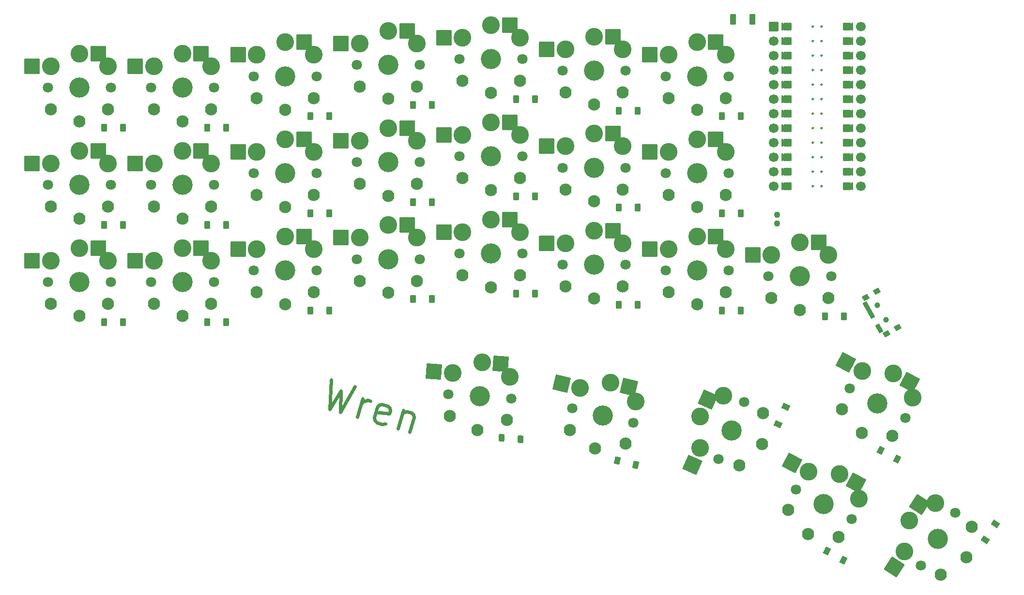
<source format=gbr>
%TF.GenerationSoftware,KiCad,Pcbnew,6.0.7*%
%TF.CreationDate,2022-09-14T22:19:13-04:00*%
%TF.ProjectId,flutter_v2_wren,666c7574-7465-4725-9f76-325f7772656e,v1.0.0*%
%TF.SameCoordinates,Original*%
%TF.FileFunction,Soldermask,Top*%
%TF.FilePolarity,Negative*%
%FSLAX46Y46*%
G04 Gerber Fmt 4.6, Leading zero omitted, Abs format (unit mm)*
G04 Created by KiCad (PCBNEW 6.0.7) date 2022-09-14 22:19:13*
%MOMM*%
%LPD*%
G01*
G04 APERTURE LIST*
G04 Aperture macros list*
%AMRoundRect*
0 Rectangle with rounded corners*
0 $1 Rounding radius*
0 $2 $3 $4 $5 $6 $7 $8 $9 X,Y pos of 4 corners*
0 Add a 4 corners polygon primitive as box body*
4,1,4,$2,$3,$4,$5,$6,$7,$8,$9,$2,$3,0*
0 Add four circle primitives for the rounded corners*
1,1,$1+$1,$2,$3*
1,1,$1+$1,$4,$5*
1,1,$1+$1,$6,$7*
1,1,$1+$1,$8,$9*
0 Add four rect primitives between the rounded corners*
20,1,$1+$1,$2,$3,$4,$5,0*
20,1,$1+$1,$4,$5,$6,$7,0*
20,1,$1+$1,$6,$7,$8,$9,0*
20,1,$1+$1,$8,$9,$2,$3,0*%
%AMFreePoly0*
4,1,14,0.635355,0.435355,0.650000,0.400000,0.650000,0.200000,0.635355,0.164645,0.035355,-0.435355,0.000000,-0.450000,-0.035355,-0.435355,-0.635355,0.164645,-0.650000,0.200000,-0.650000,0.400000,-0.635355,0.435355,-0.600000,0.450000,0.600000,0.450000,0.635355,0.435355,0.635355,0.435355,$1*%
%AMFreePoly1*
4,1,16,0.635355,1.035355,0.650000,1.000000,0.650000,-0.250000,0.635355,-0.285355,0.600000,-0.300000,-0.600000,-0.300000,-0.635355,-0.285355,-0.650000,-0.250000,-0.650000,1.000000,-0.635355,1.035355,-0.600000,1.050000,-0.564645,1.035355,0.000000,0.470710,0.564645,1.035355,0.600000,1.050000,0.635355,1.035355,0.635355,1.035355,$1*%
G04 Aperture macros list end*
%ADD10C,0.600000*%
%ADD11C,0.250000*%
%ADD12C,0.100000*%
%ADD13C,1.100000*%
%ADD14RoundRect,0.050000X0.450000X0.600000X-0.450000X0.600000X-0.450000X-0.600000X0.450000X-0.600000X0*%
%ADD15C,1.801800*%
%ADD16C,3.100000*%
%ADD17C,3.529000*%
%ADD18RoundRect,0.050000X-1.300000X-1.300000X1.300000X-1.300000X1.300000X1.300000X-1.300000X1.300000X0*%
%ADD19C,2.132000*%
%ADD20RoundRect,0.050000X0.658851X-1.716367X1.716367X0.658851X-0.658851X1.716367X-1.716367X-0.658851X0*%
%ADD21RoundRect,0.050000X-0.258115X0.704185X-0.748290X-0.050618X0.258115X-0.704185X0.748290X0.050618X0*%
%ADD22RoundRect,0.050000X0.679009X0.318506X-0.115643X0.741031X-0.679009X-0.318506X0.115643X-0.741031X0*%
%ADD23RoundRect,0.050000X-1.758145X-0.537519X0.537519X-1.758145X1.758145X0.537519X-0.537519X1.758145X0*%
%ADD24RoundRect,0.050000X0.382241X-1.798302X1.798302X0.382241X-0.382241X1.798302X-1.798302X-0.382241X0*%
%ADD25RoundRect,0.050000X-0.450000X-0.850000X0.450000X-0.850000X0.450000X0.850000X-0.450000X0.850000X0*%
%ADD26RoundRect,0.050000X-1.567560X-0.960602X0.960602X-1.567560X1.567560X0.960602X-0.960602X1.567560X0*%
%ADD27FreePoly0,270.000000*%
%ADD28C,1.700000*%
%ADD29FreePoly0,90.000000*%
%ADD30RoundRect,0.050000X-0.800000X0.800000X-0.800000X-0.800000X0.800000X-0.800000X0.800000X0.800000X0*%
%ADD31FreePoly1,270.000000*%
%ADD32FreePoly1,90.000000*%
%ADD33RoundRect,0.050000X-1.387517X-1.206150X1.206150X-1.387517X1.387517X1.206150X-1.206150X1.387517X0*%
%ADD34C,1.000000*%
%ADD35RoundRect,0.050000X-0.233013X-0.596410X0.633013X-0.096410X0.233013X0.596410X-0.633013X0.096410X0*%
%ADD36RoundRect,0.050000X0.071891X-0.824519X0.678109X-0.474519X-0.071891X0.824519X-0.678109X0.474519X0*%
%ADD37RoundRect,0.050000X0.577634X0.478372X-0.297499X0.688472X-0.577634X-0.478372X0.297499X-0.688472X0*%
%ADD38RoundRect,0.050000X-0.365096X0.655137X-0.731159X-0.167053X0.365096X-0.655137X0.731159X0.167053X0*%
%ADD39RoundRect,0.050000X0.490758X0.567148X-0.407050X0.629929X-0.490758X-0.567148X0.407050X-0.629929X0*%
G04 APERTURE END LIST*
D10*
X44023117Y-17125986D02*
X43789289Y-22260435D01*
X45689195Y-19089869D01*
X45620264Y-22785458D01*
X48142810Y-18307289D01*
X48595597Y-23638621D02*
X49514389Y-20434416D01*
X49251877Y-21349903D02*
X49612005Y-20957787D01*
X49906504Y-20794543D01*
X50429876Y-20696927D01*
X50887620Y-20828183D01*
X53467534Y-24787936D02*
X52944162Y-24885552D01*
X52028675Y-24623041D01*
X51636559Y-24262913D01*
X51538943Y-23739541D01*
X52063967Y-21908567D01*
X52424094Y-21516451D01*
X52947466Y-21418835D01*
X53862953Y-21681347D01*
X54255069Y-22041474D01*
X54352685Y-22564846D01*
X54221429Y-23022590D01*
X51801455Y-22824054D01*
X56609415Y-22468882D02*
X55690624Y-25673088D01*
X56478159Y-22926626D02*
X56772659Y-22763382D01*
X57296031Y-22665766D01*
X57982646Y-22862650D01*
X58374762Y-23222777D01*
X58472378Y-23746149D01*
X57750471Y-26263739D01*
D11*
%TO.C,MCU1*%
X128363000Y29480000D02*
G75*
G03*
X128363000Y29480000I-125000J0D01*
G01*
X128363000Y34560000D02*
G75*
G03*
X128363000Y34560000I-125000J0D01*
G01*
X129887000Y42180000D02*
G75*
G03*
X129887000Y42180000I-125000J0D01*
G01*
X128363000Y21860000D02*
G75*
G03*
X128363000Y21860000I-125000J0D01*
G01*
X128363000Y44720000D02*
G75*
G03*
X128363000Y44720000I-125000J0D01*
G01*
X128363000Y19320000D02*
G75*
G03*
X128363000Y19320000I-125000J0D01*
G01*
X129887000Y24400000D02*
G75*
G03*
X129887000Y24400000I-125000J0D01*
G01*
X128363000Y26940000D02*
G75*
G03*
X128363000Y26940000I-125000J0D01*
G01*
X129887000Y39640000D02*
G75*
G03*
X129887000Y39640000I-125000J0D01*
G01*
X129887000Y29480000D02*
G75*
G03*
X129887000Y29480000I-125000J0D01*
G01*
X128363000Y16780000D02*
G75*
G03*
X128363000Y16780000I-125000J0D01*
G01*
X129887000Y19320000D02*
G75*
G03*
X129887000Y19320000I-125000J0D01*
G01*
X128363000Y39640000D02*
G75*
G03*
X128363000Y39640000I-125000J0D01*
G01*
X128363000Y32020000D02*
G75*
G03*
X128363000Y32020000I-125000J0D01*
G01*
X128363000Y37100000D02*
G75*
G03*
X128363000Y37100000I-125000J0D01*
G01*
X128363000Y24400000D02*
G75*
G03*
X128363000Y24400000I-125000J0D01*
G01*
X129887000Y32020000D02*
G75*
G03*
X129887000Y32020000I-125000J0D01*
G01*
X129887000Y37100000D02*
G75*
G03*
X129887000Y37100000I-125000J0D01*
G01*
X128363000Y42180000D02*
G75*
G03*
X128363000Y42180000I-125000J0D01*
G01*
X129887000Y26940000D02*
G75*
G03*
X129887000Y26940000I-125000J0D01*
G01*
X129887000Y44720000D02*
G75*
G03*
X129887000Y44720000I-125000J0D01*
G01*
X129887000Y34560000D02*
G75*
G03*
X129887000Y34560000I-125000J0D01*
G01*
X129887000Y16780000D02*
G75*
G03*
X129887000Y16780000I-125000J0D01*
G01*
X129887000Y21860000D02*
G75*
G03*
X129887000Y21860000I-125000J0D01*
G01*
G36*
X135096000Y34052000D02*
G01*
X134080000Y34052000D01*
X134080000Y35068000D01*
X135096000Y35068000D01*
X135096000Y34052000D01*
G37*
D12*
X135096000Y34052000D02*
X134080000Y34052000D01*
X134080000Y35068000D01*
X135096000Y35068000D01*
X135096000Y34052000D01*
G36*
X135096000Y16272000D02*
G01*
X134080000Y16272000D01*
X134080000Y17288000D01*
X135096000Y17288000D01*
X135096000Y16272000D01*
G37*
X135096000Y16272000D02*
X134080000Y16272000D01*
X134080000Y17288000D01*
X135096000Y17288000D01*
X135096000Y16272000D01*
G36*
X123920000Y21352000D02*
G01*
X122904000Y21352000D01*
X122904000Y22368000D01*
X123920000Y22368000D01*
X123920000Y21352000D01*
G37*
X123920000Y21352000D02*
X122904000Y21352000D01*
X122904000Y22368000D01*
X123920000Y22368000D01*
X123920000Y21352000D01*
G36*
X123920000Y44212000D02*
G01*
X122904000Y44212000D01*
X122904000Y45228000D01*
X123920000Y45228000D01*
X123920000Y44212000D01*
G37*
X123920000Y44212000D02*
X122904000Y44212000D01*
X122904000Y45228000D01*
X123920000Y45228000D01*
X123920000Y44212000D01*
G36*
X123920000Y16272000D02*
G01*
X122904000Y16272000D01*
X122904000Y17288000D01*
X123920000Y17288000D01*
X123920000Y16272000D01*
G37*
X123920000Y16272000D02*
X122904000Y16272000D01*
X122904000Y17288000D01*
X123920000Y17288000D01*
X123920000Y16272000D01*
G36*
X123920000Y41672000D02*
G01*
X122904000Y41672000D01*
X122904000Y42688000D01*
X123920000Y42688000D01*
X123920000Y41672000D01*
G37*
X123920000Y41672000D02*
X122904000Y41672000D01*
X122904000Y42688000D01*
X123920000Y42688000D01*
X123920000Y41672000D01*
G36*
X123920000Y31512000D02*
G01*
X122904000Y31512000D01*
X122904000Y32528000D01*
X123920000Y32528000D01*
X123920000Y31512000D01*
G37*
X123920000Y31512000D02*
X122904000Y31512000D01*
X122904000Y32528000D01*
X123920000Y32528000D01*
X123920000Y31512000D01*
G36*
X123920000Y36592000D02*
G01*
X122904000Y36592000D01*
X122904000Y37608000D01*
X123920000Y37608000D01*
X123920000Y36592000D01*
G37*
X123920000Y36592000D02*
X122904000Y36592000D01*
X122904000Y37608000D01*
X123920000Y37608000D01*
X123920000Y36592000D01*
G36*
X135096000Y23892000D02*
G01*
X134080000Y23892000D01*
X134080000Y24908000D01*
X135096000Y24908000D01*
X135096000Y23892000D01*
G37*
X135096000Y23892000D02*
X134080000Y23892000D01*
X134080000Y24908000D01*
X135096000Y24908000D01*
X135096000Y23892000D01*
G36*
X135096000Y36592000D02*
G01*
X134080000Y36592000D01*
X134080000Y37608000D01*
X135096000Y37608000D01*
X135096000Y36592000D01*
G37*
X135096000Y36592000D02*
X134080000Y36592000D01*
X134080000Y37608000D01*
X135096000Y37608000D01*
X135096000Y36592000D01*
G36*
X123920000Y26432000D02*
G01*
X122904000Y26432000D01*
X122904000Y27448000D01*
X123920000Y27448000D01*
X123920000Y26432000D01*
G37*
X123920000Y26432000D02*
X122904000Y26432000D01*
X122904000Y27448000D01*
X123920000Y27448000D01*
X123920000Y26432000D01*
G36*
X135096000Y18812000D02*
G01*
X134080000Y18812000D01*
X134080000Y19828000D01*
X135096000Y19828000D01*
X135096000Y18812000D01*
G37*
X135096000Y18812000D02*
X134080000Y18812000D01*
X134080000Y19828000D01*
X135096000Y19828000D01*
X135096000Y18812000D01*
G36*
X135096000Y41672000D02*
G01*
X134080000Y41672000D01*
X134080000Y42688000D01*
X135096000Y42688000D01*
X135096000Y41672000D01*
G37*
X135096000Y41672000D02*
X134080000Y41672000D01*
X134080000Y42688000D01*
X135096000Y42688000D01*
X135096000Y41672000D01*
G36*
X123920000Y39132000D02*
G01*
X122904000Y39132000D01*
X122904000Y40148000D01*
X123920000Y40148000D01*
X123920000Y39132000D01*
G37*
X123920000Y39132000D02*
X122904000Y39132000D01*
X122904000Y40148000D01*
X123920000Y40148000D01*
X123920000Y39132000D01*
G36*
X123920000Y18812000D02*
G01*
X122904000Y18812000D01*
X122904000Y19828000D01*
X123920000Y19828000D01*
X123920000Y18812000D01*
G37*
X123920000Y18812000D02*
X122904000Y18812000D01*
X122904000Y19828000D01*
X123920000Y19828000D01*
X123920000Y18812000D01*
G36*
X123920000Y23892000D02*
G01*
X122904000Y23892000D01*
X122904000Y24908000D01*
X123920000Y24908000D01*
X123920000Y23892000D01*
G37*
X123920000Y23892000D02*
X122904000Y23892000D01*
X122904000Y24908000D01*
X123920000Y24908000D01*
X123920000Y23892000D01*
G36*
X135096000Y26432000D02*
G01*
X134080000Y26432000D01*
X134080000Y27448000D01*
X135096000Y27448000D01*
X135096000Y26432000D01*
G37*
X135096000Y26432000D02*
X134080000Y26432000D01*
X134080000Y27448000D01*
X135096000Y27448000D01*
X135096000Y26432000D01*
G36*
X123920000Y28972000D02*
G01*
X122904000Y28972000D01*
X122904000Y29988000D01*
X123920000Y29988000D01*
X123920000Y28972000D01*
G37*
X123920000Y28972000D02*
X122904000Y28972000D01*
X122904000Y29988000D01*
X123920000Y29988000D01*
X123920000Y28972000D01*
G36*
X135096000Y44212000D02*
G01*
X134080000Y44212000D01*
X134080000Y45228000D01*
X135096000Y45228000D01*
X135096000Y44212000D01*
G37*
X135096000Y44212000D02*
X134080000Y44212000D01*
X134080000Y45228000D01*
X135096000Y45228000D01*
X135096000Y44212000D01*
G36*
X135096000Y28972000D02*
G01*
X134080000Y28972000D01*
X134080000Y29988000D01*
X135096000Y29988000D01*
X135096000Y28972000D01*
G37*
X135096000Y28972000D02*
X134080000Y28972000D01*
X134080000Y29988000D01*
X135096000Y29988000D01*
X135096000Y28972000D01*
G36*
X135096000Y31512000D02*
G01*
X134080000Y31512000D01*
X134080000Y32528000D01*
X135096000Y32528000D01*
X135096000Y31512000D01*
G37*
X135096000Y31512000D02*
X134080000Y31512000D01*
X134080000Y32528000D01*
X135096000Y32528000D01*
X135096000Y31512000D01*
G36*
X123920000Y34052000D02*
G01*
X122904000Y34052000D01*
X122904000Y35068000D01*
X123920000Y35068000D01*
X123920000Y34052000D01*
G37*
X123920000Y34052000D02*
X122904000Y34052000D01*
X122904000Y35068000D01*
X123920000Y35068000D01*
X123920000Y34052000D01*
G36*
X135096000Y39132000D02*
G01*
X134080000Y39132000D01*
X134080000Y40148000D01*
X135096000Y40148000D01*
X135096000Y39132000D01*
G37*
X135096000Y39132000D02*
X134080000Y39132000D01*
X134080000Y40148000D01*
X135096000Y40148000D01*
X135096000Y39132000D01*
G36*
X135096000Y21352000D02*
G01*
X134080000Y21352000D01*
X134080000Y22368000D01*
X135096000Y22368000D01*
X135096000Y21352000D01*
G37*
X135096000Y21352000D02*
X134080000Y21352000D01*
X134080000Y22368000D01*
X135096000Y22368000D01*
X135096000Y21352000D01*
%TD*%
D13*
%TO.C,*%
X122000000Y11750000D03*
X122000000Y10250000D03*
%TD*%
D14*
%TO.C,D10*%
X61650000Y-3000000D03*
X58350000Y-3000000D03*
%TD*%
D15*
%TO.C,S24*%
X48500000Y38000000D03*
X59500000Y38000000D03*
D16*
X54000000Y43950000D03*
X49000000Y41750000D03*
D17*
X54000000Y38000000D03*
D16*
X59000000Y41750000D03*
X54000000Y43950000D03*
D18*
X57275000Y43950000D03*
X45725000Y41750000D03*
%TD*%
D17*
%TO.C,S51*%
X126000000Y1000000D03*
D15*
X131500000Y1000000D03*
X120500000Y1000000D03*
D19*
X121000000Y-2800000D03*
X131000000Y-2800000D03*
X126000000Y-4900000D03*
X126000000Y-4900000D03*
%TD*%
D15*
%TO.C,S9*%
X23500000Y17000000D03*
X12500000Y17000000D03*
D17*
X18000000Y17000000D03*
D19*
X13000000Y13200000D03*
X23000000Y13200000D03*
X18000000Y11100000D03*
X18000000Y11100000D03*
%TD*%
D17*
%TO.C,S27*%
X72000000Y22000000D03*
D15*
X66500000Y22000000D03*
X77500000Y22000000D03*
D19*
X67000000Y18200000D03*
X77000000Y18200000D03*
X72000000Y16100000D03*
X72000000Y16100000D03*
%TD*%
D14*
%TO.C,D13*%
X79650000Y-2000000D03*
X76350000Y-2000000D03*
%TD*%
D16*
%TO.C,S44*%
X108540521Y-29042465D03*
D17*
X114000000Y-26000000D03*
D15*
X111762948Y-31024500D03*
D16*
X108564405Y-23579917D03*
X112607888Y-19907010D03*
D15*
X116237052Y-20975500D03*
D16*
X108564405Y-23579917D03*
D20*
X109896467Y-20588056D03*
X107208459Y-32034326D03*
%TD*%
D15*
%TO.C,S15*%
X41500000Y19000000D03*
X30500000Y19000000D03*
D17*
X36000000Y19000000D03*
D19*
X31000000Y15200000D03*
X41000000Y15200000D03*
X36000000Y13100000D03*
X36000000Y13100000D03*
%TD*%
D21*
%TO.C,D25*%
X160171373Y-42374190D03*
X158374065Y-45141802D03*
%TD*%
D14*
%TO.C,D26*%
X133650000Y-6000000D03*
X130350000Y-6000000D03*
%TD*%
D17*
%TO.C,S42*%
X108000000Y36000000D03*
D16*
X103000000Y39750000D03*
X108000000Y41950000D03*
X108000000Y41950000D03*
X113000000Y39750000D03*
D15*
X102500000Y36000000D03*
X113500000Y36000000D03*
D18*
X111275000Y41950000D03*
X99725000Y39750000D03*
%TD*%
D17*
%TO.C,S47*%
X139545310Y-21226217D03*
D15*
X134689098Y-18644123D03*
X144401522Y-23808311D03*
D19*
X142176056Y-26928776D03*
X133346580Y-22234060D03*
X136775428Y-26435608D03*
X136775428Y-26435608D03*
%TD*%
D14*
%TO.C,D2*%
X7650000Y10000000D03*
X4350000Y10000000D03*
%TD*%
D16*
%TO.C,S26*%
X72000000Y10950000D03*
D15*
X77500000Y5000000D03*
D16*
X67000000Y8750000D03*
D15*
X66500000Y5000000D03*
D16*
X72000000Y10950000D03*
D17*
X72000000Y5000000D03*
D16*
X77000000Y8750000D03*
D18*
X75275000Y10950000D03*
X63725000Y8750000D03*
%TD*%
D15*
%TO.C,S8*%
X23500000Y0D03*
D16*
X23000000Y3750000D03*
D15*
X12500000Y0D03*
D16*
X18000000Y5950000D03*
X13000000Y3750000D03*
X18000000Y5950000D03*
D17*
X18000000Y0D03*
D18*
X21275000Y5950000D03*
X9725000Y3750000D03*
%TD*%
D14*
%TO.C,D21*%
X115650000Y29000000D03*
X112350000Y29000000D03*
%TD*%
%TO.C,D14*%
X79650000Y15000000D03*
X76350000Y15000000D03*
%TD*%
D16*
%TO.C,S18*%
X31000000Y39750000D03*
D15*
X41500000Y36000000D03*
D17*
X36000000Y36000000D03*
D15*
X30500000Y36000000D03*
D16*
X41000000Y39750000D03*
X36000000Y41950000D03*
X36000000Y41950000D03*
D18*
X39275000Y41950000D03*
X27725000Y39750000D03*
%TD*%
D15*
%TO.C,S39*%
X113500000Y19000000D03*
D17*
X108000000Y19000000D03*
D15*
X102500000Y19000000D03*
D19*
X103000000Y15200000D03*
X113000000Y15200000D03*
X108000000Y13100000D03*
X108000000Y13100000D03*
%TD*%
D17*
%TO.C,S3*%
X0Y17000000D03*
D15*
X-5500000Y17000000D03*
X5500000Y17000000D03*
D19*
X5000000Y13200000D03*
X-5000000Y13200000D03*
X0Y11100000D03*
X0Y11100000D03*
%TD*%
D17*
%TO.C,S53*%
X70000000Y-20000000D03*
D15*
X64513398Y-19616339D03*
X75486602Y-20383661D03*
D19*
X64747105Y-23441961D03*
X74722746Y-24139526D03*
X69588437Y-25885628D03*
X69588437Y-25885628D03*
%TD*%
D15*
%TO.C,S23*%
X48500000Y38000000D03*
D17*
X54000000Y38000000D03*
D15*
X59500000Y38000000D03*
D19*
X49000000Y34200000D03*
X59000000Y34200000D03*
X54000000Y32100000D03*
X54000000Y32100000D03*
%TD*%
D14*
%TO.C,D3*%
X7650000Y27000000D03*
X4350000Y27000000D03*
%TD*%
D22*
%TO.C,D23*%
X133624127Y-48657260D03*
X130710399Y-47108004D03*
%TD*%
D15*
%TO.C,S35*%
X84500000Y37000000D03*
D17*
X90000000Y37000000D03*
D15*
X95500000Y37000000D03*
D19*
X85000000Y33200000D03*
X95000000Y33200000D03*
X90000000Y31100000D03*
X90000000Y31100000D03*
%TD*%
D15*
%TO.C,S33*%
X84500000Y20000000D03*
D17*
X90000000Y20000000D03*
D15*
X95500000Y20000000D03*
D19*
X95000000Y16200000D03*
X85000000Y16200000D03*
X90000000Y14100000D03*
X90000000Y14100000D03*
%TD*%
D16*
%TO.C,S48*%
X145720566Y-20262521D03*
X136891090Y-15567806D03*
D17*
X139545310Y-21226217D03*
D15*
X144401522Y-23808311D03*
D16*
X142338666Y-15972679D03*
D15*
X134689098Y-18644123D03*
D16*
X142338666Y-15972679D03*
D23*
X145230319Y-17510198D03*
X133999437Y-14030286D03*
%TD*%
D14*
%TO.C,D8*%
X43650000Y12000000D03*
X40350000Y12000000D03*
%TD*%
D17*
%TO.C,S19*%
X54000000Y4000000D03*
D15*
X48500000Y4000000D03*
X59500000Y4000000D03*
D19*
X59000000Y200000D03*
X49000000Y200000D03*
X54000000Y-1900000D03*
X54000000Y-1900000D03*
%TD*%
D14*
%TO.C,D9*%
X43650000Y29000000D03*
X40350000Y29000000D03*
%TD*%
D22*
%TO.C,D24*%
X143013559Y-30998308D03*
X140099831Y-29449052D03*
%TD*%
D15*
%TO.C,S55*%
X86151965Y-22116050D03*
X96848035Y-24683950D03*
D17*
X91500000Y-23400000D03*
D19*
X85751058Y-25927779D03*
X95474757Y-28262233D03*
X90122672Y-29136983D03*
X90122672Y-29136983D03*
%TD*%
D15*
%TO.C,S45*%
X125299667Y-36303075D03*
D17*
X130155879Y-38885169D03*
D15*
X135012091Y-41467263D03*
D19*
X123957149Y-39893012D03*
X132786625Y-44587728D03*
X127385997Y-44094560D03*
X127385997Y-44094560D03*
%TD*%
D16*
%TO.C,S20*%
X49000000Y7750000D03*
D15*
X59500000Y4000000D03*
D17*
X54000000Y4000000D03*
D16*
X54000000Y9950000D03*
X54000000Y9950000D03*
D15*
X48500000Y4000000D03*
D16*
X59000000Y7750000D03*
D18*
X57275000Y9950000D03*
X45725000Y7750000D03*
%TD*%
D16*
%TO.C,S4*%
X-5000000Y20750000D03*
D17*
X0Y17000000D03*
D16*
X0Y22950000D03*
X0Y22950000D03*
D15*
X5500000Y17000000D03*
X-5500000Y17000000D03*
D16*
X5000000Y20750000D03*
D18*
X3275000Y22950000D03*
X-8275000Y20750000D03*
%TD*%
D14*
%TO.C,D5*%
X25650000Y10000000D03*
X22350000Y10000000D03*
%TD*%
D16*
%TO.C,S12*%
X23000000Y37750000D03*
X18000000Y39950000D03*
D15*
X23500000Y34000000D03*
X12500000Y34000000D03*
D16*
X13000000Y37750000D03*
D17*
X18000000Y34000000D03*
D16*
X18000000Y39950000D03*
D18*
X21275000Y39950000D03*
X9725000Y37750000D03*
%TD*%
D16*
%TO.C,S50*%
X144265981Y-47128502D03*
D17*
X150134191Y-44977546D03*
D16*
X145144101Y-41736944D03*
D15*
X153129706Y-40364858D03*
D16*
X145144101Y-41736944D03*
D15*
X147138676Y-49590234D03*
D16*
X149712372Y-38741797D03*
D24*
X146927794Y-38990298D03*
X142482288Y-49875149D03*
%TD*%
D25*
%TO.C,*%
X117700000Y46000000D03*
X114300000Y46000000D03*
%TD*%
D14*
%TO.C,D7*%
X43650000Y-5000000D03*
X40350000Y-5000000D03*
%TD*%
D15*
%TO.C,S5*%
X5500000Y34000000D03*
D17*
X0Y34000000D03*
D15*
X-5500000Y34000000D03*
D19*
X5000000Y30200000D03*
X-5000000Y30200000D03*
X0Y28100000D03*
X0Y28100000D03*
%TD*%
D15*
%TO.C,S21*%
X59500000Y21000000D03*
D17*
X54000000Y21000000D03*
D15*
X48500000Y21000000D03*
D19*
X59000000Y17200000D03*
X49000000Y17200000D03*
X54000000Y15100000D03*
X54000000Y15100000D03*
%TD*%
D14*
%TO.C,D16*%
X97650000Y-4000000D03*
X94350000Y-4000000D03*
%TD*%
D15*
%TO.C,S13*%
X30500000Y2000000D03*
X41500000Y2000000D03*
D17*
X36000000Y2000000D03*
D19*
X31000000Y-1800000D03*
X41000000Y-1800000D03*
X36000000Y-3900000D03*
X36000000Y-3900000D03*
%TD*%
D16*
%TO.C,S14*%
X41000000Y5750000D03*
D15*
X30500000Y2000000D03*
D17*
X36000000Y2000000D03*
D16*
X31000000Y5750000D03*
X36000000Y7950000D03*
D15*
X41500000Y2000000D03*
D16*
X36000000Y7950000D03*
D18*
X39275000Y7950000D03*
X27725000Y5750000D03*
%TD*%
D16*
%TO.C,S10*%
X23000000Y20750000D03*
X13000000Y20750000D03*
D15*
X23500000Y17000000D03*
D17*
X18000000Y17000000D03*
D15*
X12500000Y17000000D03*
D16*
X18000000Y22950000D03*
X18000000Y22950000D03*
D18*
X21275000Y22950000D03*
X9725000Y20750000D03*
%TD*%
D15*
%TO.C,S2*%
X5500000Y0D03*
D16*
X0Y5950000D03*
X-5000000Y3750000D03*
X5000000Y3750000D03*
X0Y5950000D03*
D15*
X-5500000Y0D03*
D17*
X0Y0D03*
D18*
X3275000Y5950000D03*
X-8275000Y3750000D03*
%TD*%
D15*
%TO.C,S34*%
X95500000Y20000000D03*
D16*
X95000000Y23750000D03*
D15*
X84500000Y20000000D03*
D16*
X90000000Y25950000D03*
X85000000Y23750000D03*
X90000000Y25950000D03*
D17*
X90000000Y20000000D03*
D18*
X93275000Y25950000D03*
X81725000Y23750000D03*
%TD*%
D16*
%TO.C,S56*%
X92889000Y-17614399D03*
D15*
X86151965Y-22116050D03*
D16*
X92889000Y-17614399D03*
X97237270Y-20920840D03*
D15*
X96848035Y-24683950D03*
D17*
X91500000Y-23400000D03*
D16*
X87513571Y-18586386D03*
D26*
X96073511Y-18378933D03*
X84329059Y-17821852D03*
%TD*%
D15*
%TO.C,S49*%
X153129706Y-40364858D03*
X147138676Y-49590234D03*
D17*
X150134191Y-44977546D03*
D19*
X150597944Y-51240527D03*
X156044334Y-42853821D03*
X155082347Y-48190916D03*
X155082347Y-48190916D03*
%TD*%
D17*
%TO.C,S38*%
X108000000Y2000000D03*
D16*
X103000000Y5750000D03*
X113000000Y5750000D03*
X108000000Y7950000D03*
X108000000Y7950000D03*
D15*
X113500000Y2000000D03*
X102500000Y2000000D03*
D18*
X111275000Y7950000D03*
X99725000Y5750000D03*
%TD*%
D14*
%TO.C,D6*%
X25650000Y27000000D03*
X22350000Y27000000D03*
%TD*%
D17*
%TO.C,S28*%
X72000000Y22000000D03*
D15*
X77500000Y22000000D03*
D16*
X72000000Y27950000D03*
X67000000Y25750000D03*
X77000000Y25750000D03*
X72000000Y27950000D03*
D15*
X66500000Y22000000D03*
D18*
X75275000Y27950000D03*
X63725000Y25750000D03*
%TD*%
D15*
%TO.C,S7*%
X12500000Y0D03*
D17*
X18000000Y0D03*
D15*
X23500000Y0D03*
D19*
X13000000Y-3800000D03*
X23000000Y-3800000D03*
X18000000Y-5900000D03*
X18000000Y-5900000D03*
%TD*%
D14*
%TO.C,D19*%
X115650000Y-5000000D03*
X112350000Y-5000000D03*
%TD*%
D27*
%TO.C,MCU1*%
X134842000Y42180000D03*
D28*
X136620000Y44720000D03*
X121380000Y34560000D03*
X136620000Y16780000D03*
X136620000Y19320000D03*
D29*
X123158000Y19320000D03*
X123158000Y44720000D03*
X123158000Y37100000D03*
X123158000Y21860000D03*
X123158000Y29480000D03*
D28*
X136620000Y24400000D03*
D27*
X134842000Y32020000D03*
D28*
X136620000Y26940000D03*
X136620000Y42180000D03*
X136620000Y34560000D03*
X136620000Y39640000D03*
X121380000Y29480000D03*
D29*
X123158000Y32020000D03*
D28*
X121380000Y39640000D03*
D27*
X134842000Y37100000D03*
X134842000Y44720000D03*
X134842000Y34560000D03*
D28*
X121380000Y19320000D03*
D27*
X134842000Y24400000D03*
X134842000Y39640000D03*
X134842000Y29480000D03*
D28*
X121380000Y32020000D03*
X121380000Y42180000D03*
X121380000Y16780000D03*
D27*
X134842000Y21860000D03*
D28*
X121380000Y44720000D03*
X121380000Y21860000D03*
D27*
X134842000Y19320000D03*
D30*
X121380000Y44720000D03*
D28*
X136620000Y21860000D03*
X121380000Y24400000D03*
X136620000Y32020000D03*
D27*
X134842000Y16780000D03*
D28*
X121380000Y37100000D03*
X121380000Y26940000D03*
D29*
X123158000Y42180000D03*
X123158000Y26940000D03*
X123158000Y24400000D03*
D27*
X134842000Y26940000D03*
D28*
X136620000Y29480000D03*
D29*
X123158000Y39640000D03*
D28*
X136620000Y37100000D03*
D29*
X123158000Y16780000D03*
X123158000Y34560000D03*
D31*
X133826000Y44720000D03*
X133826000Y42180000D03*
X133826000Y39640000D03*
X133826000Y37100000D03*
X133826000Y34560000D03*
X133826000Y32020000D03*
X133826000Y29480000D03*
X133826000Y26940000D03*
X133826000Y24400000D03*
X133826000Y21860000D03*
X133826000Y19320000D03*
X133826000Y16780000D03*
D32*
X124174000Y16780000D03*
X124174000Y19320000D03*
X124174000Y21860000D03*
X124174000Y24400000D03*
X124174000Y26940000D03*
X124174000Y29480000D03*
X124174000Y32020000D03*
X124174000Y34560000D03*
X124174000Y37100000D03*
X124174000Y39640000D03*
X124174000Y42180000D03*
X124174000Y44720000D03*
%TD*%
D17*
%TO.C,S11*%
X18000000Y34000000D03*
D15*
X12500000Y34000000D03*
X23500000Y34000000D03*
D19*
X13000000Y30200000D03*
X23000000Y30200000D03*
X18000000Y28100000D03*
X18000000Y28100000D03*
%TD*%
D16*
%TO.C,S36*%
X95000000Y40750000D03*
X85000000Y40750000D03*
D15*
X95500000Y37000000D03*
D16*
X90000000Y42950000D03*
X90000000Y42950000D03*
D17*
X90000000Y37000000D03*
D15*
X84500000Y37000000D03*
D18*
X93275000Y42950000D03*
X81725000Y40750000D03*
%TD*%
D14*
%TO.C,D1*%
X7650000Y-7000000D03*
X4350000Y-7000000D03*
%TD*%
%TO.C,D17*%
X97650000Y13000000D03*
X94350000Y13000000D03*
%TD*%
%TO.C,D15*%
X79650000Y32000000D03*
X76350000Y32000000D03*
%TD*%
D16*
%TO.C,S54*%
X75249407Y-16607917D03*
D17*
X70000000Y-20000000D03*
D16*
X70415051Y-14064494D03*
X70415051Y-14064494D03*
D15*
X64513398Y-19616339D03*
X75486602Y-20383661D03*
D16*
X65273767Y-15910352D03*
D33*
X73682073Y-14292946D03*
X62006744Y-15681900D03*
%TD*%
D34*
%TO.C,*%
X141035788Y-6634038D03*
X139535788Y-4035962D03*
D35*
X141149500Y-9050993D03*
D34*
X141035788Y-6634038D03*
D35*
X137499500Y-2729007D03*
X139413416Y-1624007D03*
X143063416Y-7945993D03*
D34*
X139535788Y-4035962D03*
D36*
X139886584Y-8163557D03*
X138386584Y-5565481D03*
X137636584Y-4266443D03*
%TD*%
D15*
%TO.C,S6*%
X5500000Y34000000D03*
D16*
X0Y39950000D03*
D17*
X0Y34000000D03*
D16*
X0Y39950000D03*
X5000000Y37750000D03*
D15*
X-5500000Y34000000D03*
D16*
X-5000000Y37750000D03*
D18*
X3275000Y39950000D03*
X-8275000Y37750000D03*
%TD*%
D37*
%TO.C,D28*%
X97304512Y-31992447D03*
X94095692Y-31222077D03*
%TD*%
D14*
%TO.C,D4*%
X25650000Y-7000000D03*
X22350000Y-7000000D03*
%TD*%
D15*
%TO.C,S1*%
X-5500000Y0D03*
D17*
X0Y0D03*
D15*
X5500000Y0D03*
D19*
X5000000Y-3800000D03*
X-5000000Y-3800000D03*
X0Y-5900000D03*
X0Y-5900000D03*
%TD*%
D15*
%TO.C,S31*%
X95500000Y3000000D03*
X84500000Y3000000D03*
D17*
X90000000Y3000000D03*
D19*
X85000000Y-800000D03*
X95000000Y-800000D03*
X90000000Y-2900000D03*
X90000000Y-2900000D03*
%TD*%
D17*
%TO.C,S37*%
X108000000Y2000000D03*
D15*
X102500000Y2000000D03*
X113500000Y2000000D03*
D19*
X103000000Y-1800000D03*
X113000000Y-1800000D03*
X108000000Y-3900000D03*
X108000000Y-3900000D03*
%TD*%
D17*
%TO.C,S22*%
X54000000Y21000000D03*
D16*
X54000000Y26950000D03*
X59000000Y24750000D03*
X49000000Y24750000D03*
X54000000Y26950000D03*
D15*
X59500000Y21000000D03*
X48500000Y21000000D03*
D18*
X57275000Y26950000D03*
X45725000Y24750000D03*
%TD*%
D16*
%TO.C,S40*%
X113000000Y22750000D03*
D15*
X113500000Y19000000D03*
X102500000Y19000000D03*
D16*
X103000000Y22750000D03*
X108000000Y24950000D03*
D17*
X108000000Y19000000D03*
D16*
X108000000Y24950000D03*
D18*
X111275000Y24950000D03*
X99725000Y22750000D03*
%TD*%
D16*
%TO.C,S46*%
X136331135Y-37921473D03*
D15*
X135012091Y-41467263D03*
D17*
X130155879Y-38885169D03*
D15*
X125299667Y-36303075D03*
D16*
X132949235Y-33631631D03*
X127501659Y-33226758D03*
X132949235Y-33631631D03*
D23*
X135840888Y-35169150D03*
X124610006Y-31689238D03*
%TD*%
D38*
%TO.C,D22*%
X123506353Y-21858534D03*
X122164123Y-24873234D03*
%TD*%
D15*
%TO.C,S41*%
X102500000Y36000000D03*
X113500000Y36000000D03*
D17*
X108000000Y36000000D03*
D19*
X113000000Y32200000D03*
X103000000Y32200000D03*
X108000000Y30100000D03*
X108000000Y30100000D03*
%TD*%
D17*
%TO.C,S43*%
X114000000Y-26000000D03*
D15*
X116237052Y-20975500D03*
X111762948Y-31024500D03*
D19*
X119505156Y-22977872D03*
X115437790Y-32113327D03*
X119389918Y-28399746D03*
X119389918Y-28399746D03*
%TD*%
D39*
%TO.C,D27*%
X77143070Y-27516585D03*
X73851108Y-27286389D03*
%TD*%
D15*
%TO.C,S29*%
X66500000Y39000000D03*
D17*
X72000000Y39000000D03*
D15*
X77500000Y39000000D03*
D19*
X67000000Y35200000D03*
X77000000Y35200000D03*
X72000000Y33100000D03*
X72000000Y33100000D03*
%TD*%
D14*
%TO.C,D12*%
X61650000Y31000000D03*
X58350000Y31000000D03*
%TD*%
D15*
%TO.C,S25*%
X66500000Y5000000D03*
D17*
X72000000Y5000000D03*
D15*
X77500000Y5000000D03*
D19*
X77000000Y1200000D03*
X67000000Y1200000D03*
X72000000Y-900000D03*
X72000000Y-900000D03*
%TD*%
D17*
%TO.C,S17*%
X36000000Y36000000D03*
D15*
X30500000Y36000000D03*
X41500000Y36000000D03*
D19*
X31000000Y32200000D03*
X41000000Y32200000D03*
X36000000Y30100000D03*
X36000000Y30100000D03*
%TD*%
D14*
%TO.C,D20*%
X115650000Y12000000D03*
X112350000Y12000000D03*
%TD*%
D16*
%TO.C,S32*%
X95000000Y6750000D03*
D17*
X90000000Y3000000D03*
D15*
X84500000Y3000000D03*
D16*
X90000000Y8950000D03*
X85000000Y6750000D03*
D15*
X95500000Y3000000D03*
D16*
X90000000Y8950000D03*
D18*
X93275000Y8950000D03*
X81725000Y6750000D03*
%TD*%
D14*
%TO.C,D18*%
X97650000Y30000000D03*
X94350000Y30000000D03*
%TD*%
D16*
%TO.C,S52*%
X126000000Y6950000D03*
X126000000Y6950000D03*
D17*
X126000000Y1000000D03*
D15*
X120500000Y1000000D03*
D16*
X131000000Y4750000D03*
X121000000Y4750000D03*
D15*
X131500000Y1000000D03*
D18*
X129275000Y6950000D03*
X117725000Y4750000D03*
%TD*%
D15*
%TO.C,S16*%
X41500000Y19000000D03*
D16*
X41000000Y22750000D03*
X31000000Y22750000D03*
D17*
X36000000Y19000000D03*
D15*
X30500000Y19000000D03*
D16*
X36000000Y24950000D03*
X36000000Y24950000D03*
D18*
X39275000Y24950000D03*
X27725000Y22750000D03*
%TD*%
D14*
%TO.C,D11*%
X61650000Y14000000D03*
X58350000Y14000000D03*
%TD*%
D16*
%TO.C,S30*%
X67000000Y42750000D03*
X77000000Y42750000D03*
X72000000Y44950000D03*
D15*
X77500000Y39000000D03*
D16*
X72000000Y44950000D03*
D15*
X66500000Y39000000D03*
D17*
X72000000Y39000000D03*
D18*
X75275000Y44950000D03*
X63725000Y42750000D03*
%TD*%
M02*

</source>
